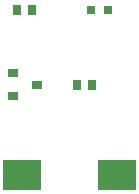
<source format=gtp>
G75*
%MOIN*%
%OFA0B0*%
%FSLAX25Y25*%
%IPPOS*%
%LPD*%
%AMOC8*
5,1,8,0,0,1.08239X$1,22.5*
%
%ADD10R,0.03150X0.03150*%
%ADD11R,0.03543X0.03150*%
%ADD12R,0.02756X0.03543*%
%ADD13R,0.12598X0.09843*%
D10*
X0675381Y0111500D03*
X0681286Y0111500D03*
D11*
X0649396Y0082760D03*
X0657664Y0086500D03*
X0649396Y0090240D03*
D12*
X0670774Y0086500D03*
X0675892Y0086500D03*
X0655892Y0111500D03*
X0650774Y0111500D03*
D13*
X0652585Y0056500D03*
X0684081Y0056500D03*
M02*

</source>
